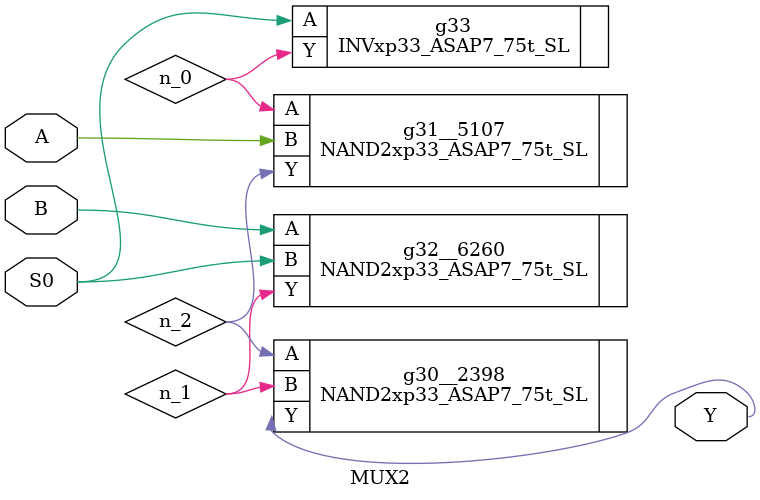
<source format=v>


// Verification Directory fv/MUX2 

module MUX2(A, B, S0, Y);
  input [0:0] A, B, S0;
  output [0:0] Y;
  wire [0:0] A, B, S0;
  wire [0:0] Y;
  wire n_0, n_1, n_2;
  NAND2xp33_ASAP7_75t_SL g30__2398(.A (n_2), .B (n_1), .Y (Y));
  NAND2xp33_ASAP7_75t_SL g31__5107(.A (n_0), .B (A), .Y (n_2));
  NAND2xp33_ASAP7_75t_SL g32__6260(.A (B), .B (S0), .Y (n_1));
  INVxp33_ASAP7_75t_SL g33(.A (S0), .Y (n_0));
endmodule


</source>
